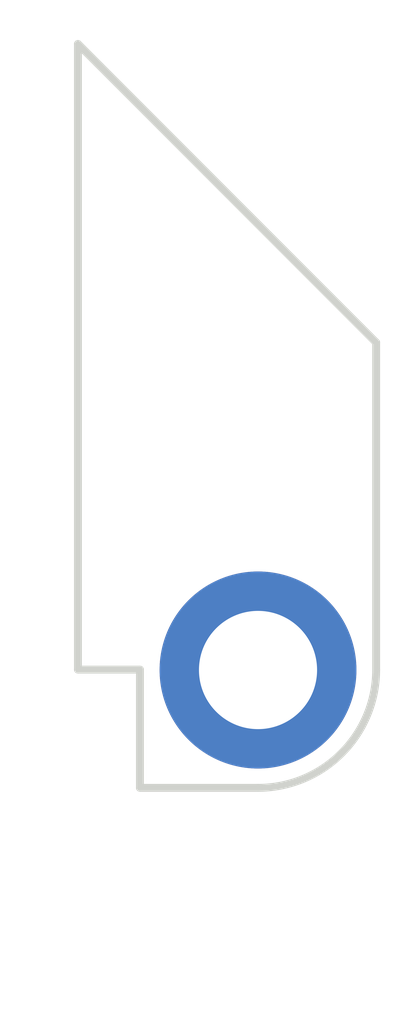
<source format=kicad_pcb>
(kicad_pcb (version 20171130) (host pcbnew "(5.1.2)-1")

  (general
    (thickness 1.6)
    (drawings 0)
    (tracks 0)
    (zones 0)
    (modules 2)
    (nets 2)
  )

  (page A4)
  (layers
    (0 F.Cu signal)
    (31 B.Cu signal)
    (32 B.Adhes user)
    (33 F.Adhes user)
    (34 B.Paste user)
    (35 F.Paste user)
    (36 B.SilkS user)
    (37 F.SilkS user)
    (38 B.Mask user)
    (39 F.Mask user)
    (40 Dwgs.User user)
    (41 Cmts.User user)
    (42 Eco1.User user)
    (43 Eco2.User user)
    (44 Edge.Cuts user)
    (45 Margin user)
    (46 B.CrtYd user)
    (47 F.CrtYd user)
    (48 B.Fab user)
    (49 F.Fab user)
  )

  (setup
    (last_trace_width 0.25)
    (trace_clearance 0.2)
    (zone_clearance 0.508)
    (zone_45_only no)
    (trace_min 0.2)
    (via_size 0.8)
    (via_drill 0.4)
    (via_min_size 0.4)
    (via_min_drill 0.3)
    (uvia_size 0.3)
    (uvia_drill 0.1)
    (uvias_allowed no)
    (uvia_min_size 0.2)
    (uvia_min_drill 0.1)
    (edge_width 0.05)
    (segment_width 0.2)
    (pcb_text_width 0.3)
    (pcb_text_size 1.5 1.5)
    (mod_edge_width 0.12)
    (mod_text_size 1 1)
    (mod_text_width 0.15)
    (pad_size 1.524 1.524)
    (pad_drill 0.762)
    (pad_to_mask_clearance 0.051)
    (solder_mask_min_width 0.25)
    (aux_axis_origin 0 0)
    (visible_elements 7FFFFFFF)
    (pcbplotparams
      (layerselection 0x010fc_ffffffff)
      (usegerberextensions true)
      (usegerberattributes false)
      (usegerberadvancedattributes false)
      (creategerberjobfile false)
      (excludeedgelayer true)
      (linewidth 0.100000)
      (plotframeref false)
      (viasonmask false)
      (mode 1)
      (useauxorigin false)
      (hpglpennumber 1)
      (hpglpenspeed 20)
      (hpglpendiameter 15.000000)
      (psnegative false)
      (psa4output false)
      (plotreference true)
      (plotvalue true)
      (plotinvisibletext false)
      (padsonsilk false)
      (subtractmaskfromsilk false)
      (outputformat 1)
      (mirror false)
      (drillshape 0)
      (scaleselection 1)
      (outputdirectory ""))
  )

  (net 0 "")
  (net 1 "Net-(TP1-Pad1)")

  (net_class Default "This is the default net class."
    (clearance 0.2)
    (trace_width 0.25)
    (via_dia 0.8)
    (via_drill 0.4)
    (uvia_dia 0.3)
    (uvia_drill 0.1)
    (add_net "Net-(TP1-Pad1)")
  )

  (module Outline (layer F.Cu) (tedit 5D0084F0) (tstamp 5D0095B7)
    (at 155 91.98)
    (fp_text reference REF** (at 0.01 -2.77) (layer F.SilkS) hide
      (effects (font (size 1 1) (thickness 0.15)))
    )
    (fp_text value Outline (at -0.11 -4.15) (layer F.Fab)
      (effects (font (size 1 1) (thickness 0.15)))
    )
    (fp_line (start -2.998857 3.01) (end 0.001143 3.01) (layer Edge.Cuts) (width 0.2))
    (fp_line (start -2.998857 0.01) (end -2.998857 3.01) (layer Edge.Cuts) (width 0.2))
    (fp_line (start -4.573657 -15.865) (end 3.001143 -8.290199) (layer Edge.Cuts) (width 0.2))
    (fp_line (start -2.998857 0.01) (end -4.573657 0.01) (layer Edge.Cuts) (width 0.2))
    (fp_arc (start 0.001143 0.01) (end 0.001142 3.01) (angle -90) (layer Edge.Cuts) (width 0.2))
    (fp_line (start -4.573657 0.01) (end -4.573657 -15.865) (layer Edge.Cuts) (width 0.2))
    (fp_line (start 3.001143 -8.290199) (end 3.001143 0.01) (layer Edge.Cuts) (width 0.2))
  )

  (module FifthElementB2BConnector:FifthElementSAOWedgeOutline (layer F.Cu) (tedit 5D0084BD) (tstamp 5D0095ED)
    (at 152 92)
    (path /5CBFD075)
    (fp_text reference TP1 (at 0 0.5) (layer F.SilkS) hide
      (effects (font (size 1 1) (thickness 0.15)))
    )
    (fp_text value TestPoint (at 0 -0.5) (layer F.Fab)
      (effects (font (size 1 1) (thickness 0.15)))
    )
    (pad 1 thru_hole circle (at 3 0) (size 5 5) (drill 3) (layers *.Cu *.Mask)
      (net 1 "Net-(TP1-Pad1)"))
  )

  (zone (net 0) (net_name "") (layer F.Mask) (tstamp 5CC3C78B) (hatch edge 0.508)
    (connect_pads (clearance 0.508))
    (min_thickness 0.254)
    (fill yes (arc_segments 32) (thermal_gap 0.508) (thermal_bridge_width 0.508))
    (polygon
      (pts
        (xy 150 76) (xy 159 76) (xy 159 101) (xy 150 101)
      )
    )
    (filled_polygon
      (pts
        (xy 158.001143 83.689801) (xy 158.001143 91.990001) (xy 157.98228 92.325894) (xy 157.925927 92.657564) (xy 157.832793 92.980838)
        (xy 157.704049 93.291652) (xy 157.541315 93.586097) (xy 157.346637 93.86047) (xy 157.122463 94.111321) (xy 156.871612 94.335495)
        (xy 156.597238 94.530173) (xy 156.302793 94.692907) (xy 155.991979 94.82165) (xy 155.668705 94.914784) (xy 155.337035 94.971137)
        (xy 155.001143 94.99) (xy 152.001143 94.99) (xy 152.001143 91.99) (xy 150.426343 91.99) (xy 150.426343 76.127)
        (xy 150.438343 76.127)
      )
    )
  )
  (zone (net 0) (net_name "") (layer B.Mask) (tstamp 5CC3C788) (hatch edge 0.508)
    (connect_pads (clearance 0.508))
    (min_thickness 0.254)
    (fill yes (arc_segments 32) (thermal_gap 0.508) (thermal_bridge_width 0.508))
    (polygon
      (pts
        (xy 150 75) (xy 159 75) (xy 159 100) (xy 150 100)
      )
    )
    (filled_polygon
      (pts
        (xy 158.001143 83.689801) (xy 158.001143 91.990001) (xy 157.98228 92.325894) (xy 157.925927 92.657564) (xy 157.832793 92.980838)
        (xy 157.704049 93.291652) (xy 157.541315 93.586097) (xy 157.346637 93.86047) (xy 157.122463 94.111321) (xy 156.871612 94.335495)
        (xy 156.597238 94.530173) (xy 156.302793 94.692907) (xy 155.991979 94.82165) (xy 155.668705 94.914784) (xy 155.337035 94.971137)
        (xy 155.001143 94.99) (xy 152.001143 94.99) (xy 152.001143 91.99) (xy 150.426343 91.99) (xy 150.426343 76.115)
      )
    )
  )
)

</source>
